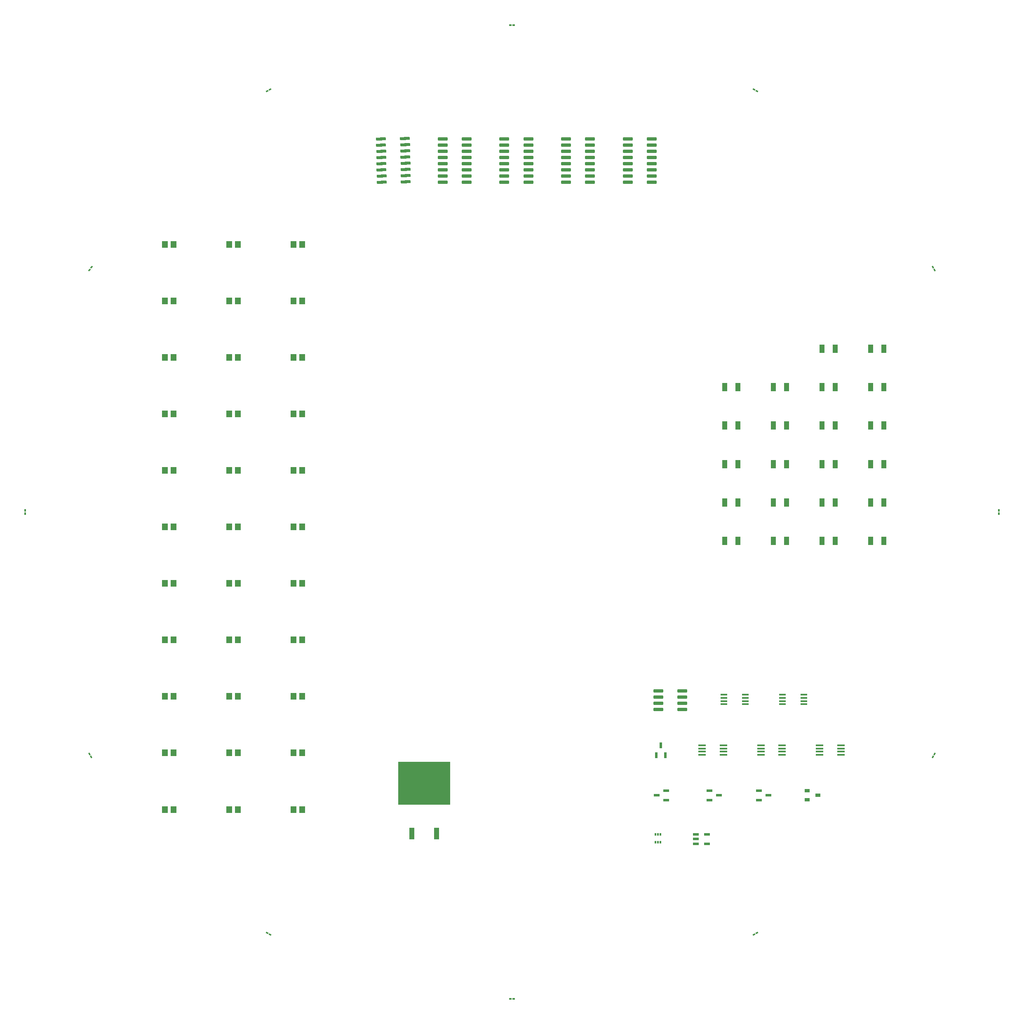
<source format=gbr>
%TF.GenerationSoftware,Altium Limited,Altium Designer,20.2.3 (150)*%
G04 Layer_Color=8421504*
%FSLAX45Y45*%
%MOMM*%
%TF.SameCoordinates,D065702F-5D7C-4ECE-B493-19553C93D9E3*%
%TF.FilePolarity,Positive*%
%TF.FileFunction,Paste,Top*%
%TF.Part,Single*%
G01*
G75*
%TA.AperFunction,SMDPad,CuDef*%
%ADD10R,0.32000X0.56000*%
G04:AMPARAMS|DCode=11|XSize=1.97mm|YSize=0.6mm|CornerRadius=0.075mm|HoleSize=0mm|Usage=FLASHONLY|Rotation=180.000|XOffset=0mm|YOffset=0mm|HoleType=Round|Shape=RoundedRectangle|*
%AMROUNDEDRECTD11*
21,1,1.97000,0.45000,0,0,180.0*
21,1,1.82000,0.60000,0,0,180.0*
1,1,0.15000,-0.91000,0.22500*
1,1,0.15000,0.91000,0.22500*
1,1,0.15000,0.91000,-0.22500*
1,1,0.15000,-0.91000,-0.22500*
%
%ADD11ROUNDEDRECTD11*%
%ADD12R,1.27000X0.55880*%
%ADD13R,1.49860X0.43180*%
%ADD14R,1.39700X0.43180*%
G04:AMPARAMS|DCode=15|XSize=1.26mm|YSize=0.59mm|CornerRadius=0.07375mm|HoleSize=0mm|Usage=FLASHONLY|Rotation=0.000|XOffset=0mm|YOffset=0mm|HoleType=Round|Shape=RoundedRectangle|*
%AMROUNDEDRECTD15*
21,1,1.26000,0.44250,0,0,0.0*
21,1,1.11250,0.59000,0,0,0.0*
1,1,0.14750,0.55625,-0.22125*
1,1,0.14750,-0.55625,-0.22125*
1,1,0.14750,-0.55625,0.22125*
1,1,0.14750,0.55625,0.22125*
%
%ADD15ROUNDEDRECTD15*%
G04:AMPARAMS|DCode=16|XSize=1.26mm|YSize=0.59mm|CornerRadius=0.07375mm|HoleSize=0mm|Usage=FLASHONLY|Rotation=90.000|XOffset=0mm|YOffset=0mm|HoleType=Round|Shape=RoundedRectangle|*
%AMROUNDEDRECTD16*
21,1,1.26000,0.44250,0,0,90.0*
21,1,1.11250,0.59000,0,0,90.0*
1,1,0.14750,0.22125,0.55625*
1,1,0.14750,0.22125,-0.55625*
1,1,0.14750,-0.22125,-0.55625*
1,1,0.14750,-0.22125,0.55625*
%
%ADD16ROUNDEDRECTD16*%
G04:AMPARAMS|DCode=17|XSize=1.09mm|YSize=0.61mm|CornerRadius=0.07625mm|HoleSize=0mm|Usage=FLASHONLY|Rotation=0.000|XOffset=0mm|YOffset=0mm|HoleType=Round|Shape=RoundedRectangle|*
%AMROUNDEDRECTD17*
21,1,1.09000,0.45750,0,0,0.0*
21,1,0.93750,0.61000,0,0,0.0*
1,1,0.15250,0.46875,-0.22875*
1,1,0.15250,-0.46875,-0.22875*
1,1,0.15250,-0.46875,0.22875*
1,1,0.15250,0.46875,0.22875*
%
%ADD17ROUNDEDRECTD17*%
%ADD18R,1.10000X1.70000*%
%ADD19R,1.20000X1.40000*%
G04:AMPARAMS|DCode=20|XSize=1.97mm|YSize=0.6mm|CornerRadius=0.075mm|HoleSize=0mm|Usage=FLASHONLY|Rotation=180.044|XOffset=0mm|YOffset=0mm|HoleType=Round|Shape=RoundedRectangle|*
%AMROUNDEDRECTD20*
21,1,1.97000,0.45000,0,0,180.0*
21,1,1.82000,0.60000,0,0,180.0*
1,1,0.15000,-0.91017,0.22430*
1,1,0.15000,0.90983,0.22570*
1,1,0.15000,0.91017,-0.22430*
1,1,0.15000,-0.90983,-0.22570*
%
%ADD20ROUNDEDRECTD20*%
%ADD21R,1.05000X2.40000*%
%ADD22R,10.65000X8.90000*%
G04:AMPARAMS|DCode=23|XSize=1.97mm|YSize=0.6mm|CornerRadius=0.075mm|HoleSize=0mm|Usage=FLASHONLY|Rotation=181.033|XOffset=0mm|YOffset=0mm|HoleType=Round|Shape=RoundedRectangle|*
%AMROUNDEDRECTD23*
21,1,1.97000,0.45000,0,0,181.0*
21,1,1.82000,0.60000,0,0,181.0*
1,1,0.15000,-0.91391,0.20856*
1,1,0.15000,0.90580,0.24136*
1,1,0.15000,0.91391,-0.20856*
1,1,0.15000,-0.90580,-0.24136*
%
%ADD23ROUNDEDRECTD23*%
G04:AMPARAMS|DCode=24|XSize=0.3mm|YSize=0.5mm|CornerRadius=0mm|HoleSize=0mm|Usage=FLASHONLY|Rotation=179.227|XOffset=0mm|YOffset=0mm|HoleType=Round|Shape=Rectangle|*
%AMROTATEDRECTD24*
4,1,4,0.15336,0.24795,0.14661,-0.25200,-0.15336,-0.24795,-0.14661,0.25200,0.15336,0.24795,0.0*
%
%ADD24ROTATEDRECTD24*%

%ADD25R,0.50000X0.30000*%
G04:AMPARAMS|DCode=26|XSize=0.3mm|YSize=0.5mm|CornerRadius=0mm|HoleSize=0mm|Usage=FLASHONLY|Rotation=239.828|XOffset=0mm|YOffset=0mm|HoleType=Round|Shape=Rectangle|*
%AMROTATEDRECTD26*
4,1,4,-0.14074,0.25533,0.29152,0.00403,0.14074,-0.25533,-0.29152,-0.00403,-0.14074,0.25533,0.0*
%
%ADD26ROTATEDRECTD26*%

G04:AMPARAMS|DCode=27|XSize=0.3mm|YSize=0.5mm|CornerRadius=0mm|HoleSize=0mm|Usage=FLASHONLY|Rotation=300.000|XOffset=0mm|YOffset=0mm|HoleType=Round|Shape=Rectangle|*
%AMROTATEDRECTD27*
4,1,4,-0.29151,0.00490,0.14151,0.25490,0.29151,-0.00490,-0.14151,-0.25490,-0.29151,0.00490,0.0*
%
%ADD27ROTATEDRECTD27*%

G04:AMPARAMS|DCode=28|XSize=0.3mm|YSize=0.5mm|CornerRadius=0mm|HoleSize=0mm|Usage=FLASHONLY|Rotation=143.067|XOffset=0mm|YOffset=0mm|HoleType=Round|Shape=Rectangle|*
%AMROTATEDRECTD28*
4,1,4,0.27012,0.10970,-0.03032,-0.28997,-0.27012,-0.10970,0.03032,0.28997,0.27012,0.10970,0.0*
%
%ADD28ROTATEDRECTD28*%

G04:AMPARAMS|DCode=29|XSize=0.3mm|YSize=0.5mm|CornerRadius=0mm|HoleSize=0mm|Usage=FLASHONLY|Rotation=0.225|XOffset=0mm|YOffset=0mm|HoleType=Round|Shape=Rectangle|*
%AMROTATEDRECTD29*
4,1,4,-0.14902,-0.25059,-0.15098,0.24941,0.14902,0.25059,0.15098,-0.24941,-0.14902,-0.25059,0.0*
%
%ADD29ROTATEDRECTD29*%

G04:AMPARAMS|DCode=30|XSize=0.3mm|YSize=0.5mm|CornerRadius=0mm|HoleSize=0mm|Usage=FLASHONLY|Rotation=29.737|XOffset=0mm|YOffset=0mm|HoleType=Round|Shape=Rectangle|*
%AMROTATEDRECTD30*
4,1,4,-0.00624,-0.29148,-0.25425,0.14267,0.00624,0.29148,0.25425,-0.14267,-0.00624,-0.29148,0.0*
%
%ADD30ROTATEDRECTD30*%

G04:AMPARAMS|DCode=31|XSize=0.3mm|YSize=0.5mm|CornerRadius=0mm|HoleSize=0mm|Usage=FLASHONLY|Rotation=150.000|XOffset=0mm|YOffset=0mm|HoleType=Round|Shape=Rectangle|*
%AMROTATEDRECTD31*
4,1,4,0.25490,0.14151,0.00490,-0.29151,-0.25490,-0.14151,-0.00490,0.29151,0.25490,0.14151,0.0*
%
%ADD31ROTATEDRECTD31*%

D10*
X14047836Y4220942D02*
D03*
X13947836Y4377939D02*
D03*
X13997838D02*
D03*
X14047836D02*
D03*
X13997838Y4220942D02*
D03*
X13947836D02*
D03*
D11*
X14002747Y6945427D02*
D03*
Y7072427D02*
D03*
Y7199427D02*
D03*
Y7326427D02*
D03*
X14496745D02*
D03*
Y7199427D02*
D03*
Y7072427D02*
D03*
Y6945427D02*
D03*
X13375320Y17773442D02*
D03*
X13375314Y17900447D02*
D03*
X13375320Y18027441D02*
D03*
Y18154442D02*
D03*
Y18281442D02*
D03*
Y18408443D02*
D03*
Y18535442D02*
D03*
Y18662442D02*
D03*
X13870316D02*
D03*
X13870320Y18535442D02*
D03*
Y18408443D02*
D03*
Y18281442D02*
D03*
Y18154442D02*
D03*
Y18027441D02*
D03*
Y17900443D02*
D03*
Y17773442D02*
D03*
X10840725Y17773447D02*
D03*
Y17900447D02*
D03*
Y18027448D02*
D03*
Y18154446D02*
D03*
Y18281447D02*
D03*
Y18408447D02*
D03*
Y18535442D02*
D03*
Y18662447D02*
D03*
X11335725D02*
D03*
Y18535448D02*
D03*
Y18408443D02*
D03*
X11335720Y18281447D02*
D03*
X11335725Y18154446D02*
D03*
Y18027448D02*
D03*
Y17900447D02*
D03*
Y17773447D02*
D03*
X12108023Y17773442D02*
D03*
X12108017Y17900443D02*
D03*
X12108023Y18027441D02*
D03*
X12108017Y18154442D02*
D03*
X12108023Y18281442D02*
D03*
Y18408443D02*
D03*
Y18535442D02*
D03*
Y18662442D02*
D03*
X12603023D02*
D03*
Y18535442D02*
D03*
Y18408443D02*
D03*
Y18281442D02*
D03*
X12603018Y18154442D02*
D03*
Y18027441D02*
D03*
Y17900443D02*
D03*
Y17773442D02*
D03*
D12*
X15003847Y4378000D02*
D03*
Y4184960D02*
D03*
X14775246D02*
D03*
Y4281480D02*
D03*
Y4378000D02*
D03*
D13*
X17318996Y6012917D02*
D03*
Y6076417D02*
D03*
Y6142457D02*
D03*
Y6205957D02*
D03*
X17755875D02*
D03*
Y6142457D02*
D03*
Y6076417D02*
D03*
Y6012917D02*
D03*
X16111935D02*
D03*
Y6076417D02*
D03*
Y6142457D02*
D03*
Y6205957D02*
D03*
X16548816D02*
D03*
Y6142457D02*
D03*
Y6076417D02*
D03*
Y6012917D02*
D03*
X14904877D02*
D03*
Y6076417D02*
D03*
Y6142457D02*
D03*
Y6205957D02*
D03*
X15341757D02*
D03*
Y6142457D02*
D03*
Y6076417D02*
D03*
Y6012917D02*
D03*
D14*
X15795715Y7247275D02*
D03*
Y7182277D02*
D03*
Y7117278D02*
D03*
Y7052280D02*
D03*
X15353757D02*
D03*
Y7117278D02*
D03*
Y7182277D02*
D03*
Y7247275D02*
D03*
X16997694D02*
D03*
Y7182277D02*
D03*
Y7117278D02*
D03*
Y7052280D02*
D03*
X16555734D02*
D03*
Y7117278D02*
D03*
Y7182277D02*
D03*
Y7247275D02*
D03*
D15*
X16269411Y5178948D02*
D03*
X16073410Y5083947D02*
D03*
Y5273949D02*
D03*
X13967247Y5178948D02*
D03*
X14163248Y5273949D02*
D03*
Y5083947D02*
D03*
X15253249Y5178948D02*
D03*
X15057246Y5083947D02*
D03*
Y5273949D02*
D03*
D16*
X14056934Y6203914D02*
D03*
X14151935Y6007918D02*
D03*
X13961932D02*
D03*
D17*
X17065569Y5089952D02*
D03*
X17279568Y5181448D02*
D03*
X17065569Y5272949D02*
D03*
D18*
X18636183Y10405156D02*
D03*
X18366187D02*
D03*
X17635864D02*
D03*
X17365863D02*
D03*
X16635542D02*
D03*
X16365540D02*
D03*
X15635223D02*
D03*
X15365227D02*
D03*
X18636183Y11195477D02*
D03*
X18366180D02*
D03*
X17635860D02*
D03*
X17365858D02*
D03*
X16635538D02*
D03*
X16365540D02*
D03*
X15635223D02*
D03*
X15365227D02*
D03*
X18636183Y11985793D02*
D03*
X18366180D02*
D03*
X17635860D02*
D03*
X17365863D02*
D03*
X16635542D02*
D03*
X16365540D02*
D03*
X15635223D02*
D03*
X15365222D02*
D03*
X18636183Y12776114D02*
D03*
X18366187D02*
D03*
X17635864D02*
D03*
X17365863D02*
D03*
X16635542D02*
D03*
X16365540D02*
D03*
X15635223D02*
D03*
X15365227D02*
D03*
X18636183Y13566435D02*
D03*
X18366180D02*
D03*
X17635860D02*
D03*
X17365858D02*
D03*
X16635538D02*
D03*
X16365535D02*
D03*
X15635219D02*
D03*
X15365218D02*
D03*
X18636183Y14356750D02*
D03*
X18366180D02*
D03*
X17635860D02*
D03*
X17365863D02*
D03*
D19*
X4052219Y16494044D02*
D03*
X3872220Y16494049D02*
D03*
X5372542Y16494044D02*
D03*
X5192542Y16494049D02*
D03*
X6692859D02*
D03*
X6512860Y16494044D02*
D03*
X4052219Y15333727D02*
D03*
X3872220D02*
D03*
X5372542D02*
D03*
X5192542D02*
D03*
X6692859D02*
D03*
X6512860D02*
D03*
X4052219Y14173402D02*
D03*
X3872220D02*
D03*
X5372542D02*
D03*
X5192542D02*
D03*
X6692859D02*
D03*
X6512860D02*
D03*
X4052219Y13013084D02*
D03*
X3872220D02*
D03*
X5372542D02*
D03*
X5192542D02*
D03*
X6692859D02*
D03*
X6512860D02*
D03*
X4052219Y11852763D02*
D03*
X3872220D02*
D03*
X5372542D02*
D03*
X5192542D02*
D03*
X6692859D02*
D03*
X6512860D02*
D03*
X4052219Y10692445D02*
D03*
X3872220D02*
D03*
X5372542D02*
D03*
X5192542D02*
D03*
X6692859D02*
D03*
X6512860D02*
D03*
X3872220Y9532127D02*
D03*
X4052219D02*
D03*
X5372542D02*
D03*
X5192542D02*
D03*
X6692859D02*
D03*
X6512860D02*
D03*
X4052219Y8371804D02*
D03*
X3872220D02*
D03*
X5372542D02*
D03*
X5192542D02*
D03*
X6692859D02*
D03*
X6512860D02*
D03*
X4052219Y7211487D02*
D03*
X3872220D02*
D03*
X5372542D02*
D03*
X5192542D02*
D03*
X6692859D02*
D03*
X6512860D02*
D03*
X4052219Y6051164D02*
D03*
X3872220D02*
D03*
X5372542D02*
D03*
X5192542D02*
D03*
X6692859D02*
D03*
X6512860D02*
D03*
X4052219Y4890846D02*
D03*
X3872220D02*
D03*
X5372542D02*
D03*
X5192542D02*
D03*
X6692859D02*
D03*
X6512860D02*
D03*
D20*
X9574174Y17773528D02*
D03*
X9574078Y17900528D02*
D03*
X9573981Y18027522D02*
D03*
X9573885Y18154523D02*
D03*
X9573788Y18281528D02*
D03*
X9573687Y18408528D02*
D03*
X9573585Y18535522D02*
D03*
X9573489Y18662527D02*
D03*
X10068489Y18662904D02*
D03*
X10068585Y18535904D02*
D03*
X10068687Y18408910D02*
D03*
X10068784Y18281905D02*
D03*
X10068880Y18154904D02*
D03*
X10068977Y18027904D02*
D03*
X10069073Y17900903D02*
D03*
X10069175Y17773904D02*
D03*
D21*
X8941242Y4397456D02*
D03*
X9449242D02*
D03*
D22*
X9195242Y5432455D02*
D03*
D23*
X8323382Y17775392D02*
D03*
X8321091Y17902373D02*
D03*
X8318800Y18029352D02*
D03*
X8316509Y18156331D02*
D03*
X8314223Y18283311D02*
D03*
X8311932Y18410286D02*
D03*
X8309646Y18537265D02*
D03*
X8307354Y18664246D02*
D03*
X8802268Y18673166D02*
D03*
X8804559Y18546185D02*
D03*
X8806851Y18419211D02*
D03*
X8809142Y18292232D02*
D03*
X8811428Y18165253D02*
D03*
X8813719Y18038272D02*
D03*
X8816005Y17911293D02*
D03*
X8818296Y17784312D02*
D03*
D24*
X21000476Y11034994D02*
D03*
X20999532Y10965002D02*
D03*
D25*
X10965002Y21000005D02*
D03*
X11035000Y21000009D02*
D03*
Y999993D02*
D03*
X10965002D02*
D03*
D26*
X15969746Y19677847D02*
D03*
X16030260Y19642668D02*
D03*
X6030311Y2322241D02*
D03*
X5969686Y2357242D02*
D03*
D27*
Y19642760D02*
D03*
X6030311Y19677756D02*
D03*
X16030316Y2357242D02*
D03*
X15969691Y2322241D02*
D03*
D28*
X2361829Y16026668D02*
D03*
X2319767Y15970712D02*
D03*
D29*
X1000135Y10965002D02*
D03*
X999856Y11035000D02*
D03*
D30*
X2357100Y5969605D02*
D03*
X2322383Y6030392D02*
D03*
X19642760Y16030312D02*
D03*
X19677760Y15969691D02*
D03*
D31*
Y6030311D02*
D03*
X19642760Y5969686D02*
D03*
%TF.MD5,fd593c4651bc6034da06117a6997fcd3*%
M02*

</source>
